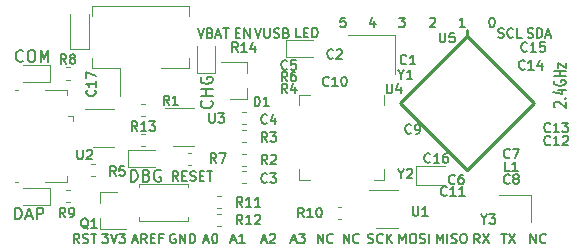
<source format=gbr>
G04 #@! TF.GenerationSoftware,KiCad,Pcbnew,5.1.5+dfsg1-2build2*
G04 #@! TF.CreationDate,2020-07-13T22:27:38-05:00*
G04 #@! TF.ProjectId,kw41z-feather,6b773431-7a2d-4666-9561-746865722e6b,rev?*
G04 #@! TF.SameCoordinates,Original*
G04 #@! TF.FileFunction,Legend,Top*
G04 #@! TF.FilePolarity,Positive*
%FSLAX46Y46*%
G04 Gerber Fmt 4.6, Leading zero omitted, Abs format (unit mm)*
G04 Created by KiCad (PCBNEW 5.1.5+dfsg1-2build2) date 2020-07-13 22:27:38*
%MOMM*%
%LPD*%
G04 APERTURE LIST*
%ADD10C,0.150000*%
%ADD11C,0.120000*%
%ADD12C,0.254000*%
%ADD13C,0.127000*%
G04 APERTURE END LIST*
D10*
X155140476Y-82711904D02*
X154759523Y-82711904D01*
X154721428Y-83092857D01*
X154759523Y-83054761D01*
X154835714Y-83016666D01*
X155026190Y-83016666D01*
X155102380Y-83054761D01*
X155140476Y-83092857D01*
X155178571Y-83169047D01*
X155178571Y-83359523D01*
X155140476Y-83435714D01*
X155102380Y-83473809D01*
X155026190Y-83511904D01*
X154835714Y-83511904D01*
X154759523Y-83473809D01*
X154721428Y-83435714D01*
X157602380Y-82978571D02*
X157602380Y-83511904D01*
X157411904Y-82673809D02*
X157221428Y-83245238D01*
X157716666Y-83245238D01*
X159683333Y-82711904D02*
X160178571Y-82711904D01*
X159911904Y-83016666D01*
X160026190Y-83016666D01*
X160102380Y-83054761D01*
X160140476Y-83092857D01*
X160178571Y-83169047D01*
X160178571Y-83359523D01*
X160140476Y-83435714D01*
X160102380Y-83473809D01*
X160026190Y-83511904D01*
X159797619Y-83511904D01*
X159721428Y-83473809D01*
X159683333Y-83435714D01*
X162321428Y-82788095D02*
X162359523Y-82750000D01*
X162435714Y-82711904D01*
X162626190Y-82711904D01*
X162702380Y-82750000D01*
X162740476Y-82788095D01*
X162778571Y-82864285D01*
X162778571Y-82940476D01*
X162740476Y-83054761D01*
X162283333Y-83511904D01*
X162778571Y-83511904D01*
X170578571Y-84373809D02*
X170692857Y-84411904D01*
X170883333Y-84411904D01*
X170959523Y-84373809D01*
X170997619Y-84335714D01*
X171035714Y-84259523D01*
X171035714Y-84183333D01*
X170997619Y-84107142D01*
X170959523Y-84069047D01*
X170883333Y-84030952D01*
X170730952Y-83992857D01*
X170654761Y-83954761D01*
X170616666Y-83916666D01*
X170578571Y-83840476D01*
X170578571Y-83764285D01*
X170616666Y-83688095D01*
X170654761Y-83650000D01*
X170730952Y-83611904D01*
X170921428Y-83611904D01*
X171035714Y-83650000D01*
X171378571Y-84411904D02*
X171378571Y-83611904D01*
X171569047Y-83611904D01*
X171683333Y-83650000D01*
X171759523Y-83726190D01*
X171797619Y-83802380D01*
X171835714Y-83954761D01*
X171835714Y-84069047D01*
X171797619Y-84221428D01*
X171759523Y-84297619D01*
X171683333Y-84373809D01*
X171569047Y-84411904D01*
X171378571Y-84411904D01*
X172140476Y-84183333D02*
X172521428Y-84183333D01*
X172064285Y-84411904D02*
X172330952Y-83611904D01*
X172597619Y-84411904D01*
X168097619Y-84373809D02*
X168211904Y-84411904D01*
X168402380Y-84411904D01*
X168478571Y-84373809D01*
X168516666Y-84335714D01*
X168554761Y-84259523D01*
X168554761Y-84183333D01*
X168516666Y-84107142D01*
X168478571Y-84069047D01*
X168402380Y-84030952D01*
X168250000Y-83992857D01*
X168173809Y-83954761D01*
X168135714Y-83916666D01*
X168097619Y-83840476D01*
X168097619Y-83764285D01*
X168135714Y-83688095D01*
X168173809Y-83650000D01*
X168250000Y-83611904D01*
X168440476Y-83611904D01*
X168554761Y-83650000D01*
X169354761Y-84335714D02*
X169316666Y-84373809D01*
X169202380Y-84411904D01*
X169126190Y-84411904D01*
X169011904Y-84373809D01*
X168935714Y-84297619D01*
X168897619Y-84221428D01*
X168859523Y-84069047D01*
X168859523Y-83954761D01*
X168897619Y-83802380D01*
X168935714Y-83726190D01*
X169011904Y-83650000D01*
X169126190Y-83611904D01*
X169202380Y-83611904D01*
X169316666Y-83650000D01*
X169354761Y-83688095D01*
X170078571Y-84411904D02*
X169697619Y-84411904D01*
X169697619Y-83611904D01*
X167511904Y-82711904D02*
X167588095Y-82711904D01*
X167664285Y-82750000D01*
X167702380Y-82788095D01*
X167740476Y-82864285D01*
X167778571Y-83016666D01*
X167778571Y-83207142D01*
X167740476Y-83359523D01*
X167702380Y-83435714D01*
X167664285Y-83473809D01*
X167588095Y-83511904D01*
X167511904Y-83511904D01*
X167435714Y-83473809D01*
X167397619Y-83435714D01*
X167359523Y-83359523D01*
X167321428Y-83207142D01*
X167321428Y-83016666D01*
X167359523Y-82864285D01*
X167397619Y-82788095D01*
X167435714Y-82750000D01*
X167511904Y-82711904D01*
X165278571Y-83511904D02*
X164821428Y-83511904D01*
X165050000Y-83511904D02*
X165050000Y-82711904D01*
X164973809Y-82826190D01*
X164897619Y-82902380D01*
X164821428Y-82940476D01*
X142635714Y-83611904D02*
X142902380Y-84411904D01*
X143169047Y-83611904D01*
X143702380Y-83992857D02*
X143816666Y-84030952D01*
X143854761Y-84069047D01*
X143892857Y-84145238D01*
X143892857Y-84259523D01*
X143854761Y-84335714D01*
X143816666Y-84373809D01*
X143740476Y-84411904D01*
X143435714Y-84411904D01*
X143435714Y-83611904D01*
X143702380Y-83611904D01*
X143778571Y-83650000D01*
X143816666Y-83688095D01*
X143854761Y-83764285D01*
X143854761Y-83840476D01*
X143816666Y-83916666D01*
X143778571Y-83954761D01*
X143702380Y-83992857D01*
X143435714Y-83992857D01*
X144197619Y-84183333D02*
X144578571Y-84183333D01*
X144121428Y-84411904D02*
X144388095Y-83611904D01*
X144654761Y-84411904D01*
X144807142Y-83611904D02*
X145264285Y-83611904D01*
X145035714Y-84411904D02*
X145035714Y-83611904D01*
X145859523Y-83992857D02*
X146126190Y-83992857D01*
X146240476Y-84411904D02*
X145859523Y-84411904D01*
X145859523Y-83611904D01*
X146240476Y-83611904D01*
X146583333Y-84411904D02*
X146583333Y-83611904D01*
X147040476Y-84411904D01*
X147040476Y-83611904D01*
X147483333Y-83611904D02*
X147750000Y-84411904D01*
X148016666Y-83611904D01*
X148283333Y-83611904D02*
X148283333Y-84259523D01*
X148321428Y-84335714D01*
X148359523Y-84373809D01*
X148435714Y-84411904D01*
X148588095Y-84411904D01*
X148664285Y-84373809D01*
X148702380Y-84335714D01*
X148740476Y-84259523D01*
X148740476Y-83611904D01*
X149083333Y-84373809D02*
X149197619Y-84411904D01*
X149388095Y-84411904D01*
X149464285Y-84373809D01*
X149502380Y-84335714D01*
X149540476Y-84259523D01*
X149540476Y-84183333D01*
X149502380Y-84107142D01*
X149464285Y-84069047D01*
X149388095Y-84030952D01*
X149235714Y-83992857D01*
X149159523Y-83954761D01*
X149121428Y-83916666D01*
X149083333Y-83840476D01*
X149083333Y-83764285D01*
X149121428Y-83688095D01*
X149159523Y-83650000D01*
X149235714Y-83611904D01*
X149426190Y-83611904D01*
X149540476Y-83650000D01*
X150150000Y-83992857D02*
X150264285Y-84030952D01*
X150302380Y-84069047D01*
X150340476Y-84145238D01*
X150340476Y-84259523D01*
X150302380Y-84335714D01*
X150264285Y-84373809D01*
X150188095Y-84411904D01*
X149883333Y-84411904D01*
X149883333Y-83611904D01*
X150150000Y-83611904D01*
X150226190Y-83650000D01*
X150264285Y-83688095D01*
X150302380Y-83764285D01*
X150302380Y-83840476D01*
X150264285Y-83916666D01*
X150226190Y-83954761D01*
X150150000Y-83992857D01*
X149883333Y-83992857D01*
X151360714Y-84399404D02*
X150979761Y-84399404D01*
X150979761Y-83599404D01*
X151627380Y-83980357D02*
X151894047Y-83980357D01*
X152008333Y-84399404D02*
X151627380Y-84399404D01*
X151627380Y-83599404D01*
X152008333Y-83599404D01*
X152351190Y-84399404D02*
X152351190Y-83599404D01*
X152541666Y-83599404D01*
X152655952Y-83637500D01*
X152732142Y-83713690D01*
X152770238Y-83789880D01*
X152808333Y-83942261D01*
X152808333Y-84056547D01*
X152770238Y-84208928D01*
X152732142Y-84285119D01*
X152655952Y-84361309D01*
X152541666Y-84399404D01*
X152351190Y-84399404D01*
X170821428Y-101811904D02*
X170821428Y-101011904D01*
X171278571Y-101811904D01*
X171278571Y-101011904D01*
X172116666Y-101735714D02*
X172078571Y-101773809D01*
X171964285Y-101811904D01*
X171888095Y-101811904D01*
X171773809Y-101773809D01*
X171697619Y-101697619D01*
X171659523Y-101621428D01*
X171621428Y-101469047D01*
X171621428Y-101354761D01*
X171659523Y-101202380D01*
X171697619Y-101126190D01*
X171773809Y-101050000D01*
X171888095Y-101011904D01*
X171964285Y-101011904D01*
X172078571Y-101050000D01*
X172116666Y-101088095D01*
X132611904Y-101811904D02*
X132345238Y-101430952D01*
X132154761Y-101811904D02*
X132154761Y-101011904D01*
X132459523Y-101011904D01*
X132535714Y-101050000D01*
X132573809Y-101088095D01*
X132611904Y-101164285D01*
X132611904Y-101278571D01*
X132573809Y-101354761D01*
X132535714Y-101392857D01*
X132459523Y-101430952D01*
X132154761Y-101430952D01*
X132916666Y-101773809D02*
X133030952Y-101811904D01*
X133221428Y-101811904D01*
X133297619Y-101773809D01*
X133335714Y-101735714D01*
X133373809Y-101659523D01*
X133373809Y-101583333D01*
X133335714Y-101507142D01*
X133297619Y-101469047D01*
X133221428Y-101430952D01*
X133069047Y-101392857D01*
X132992857Y-101354761D01*
X132954761Y-101316666D01*
X132916666Y-101240476D01*
X132916666Y-101164285D01*
X132954761Y-101088095D01*
X132992857Y-101050000D01*
X133069047Y-101011904D01*
X133259523Y-101011904D01*
X133373809Y-101050000D01*
X133602380Y-101011904D02*
X134059523Y-101011904D01*
X133830952Y-101811904D02*
X133830952Y-101011904D01*
X134559523Y-101011904D02*
X135054761Y-101011904D01*
X134788095Y-101316666D01*
X134902380Y-101316666D01*
X134978571Y-101354761D01*
X135016666Y-101392857D01*
X135054761Y-101469047D01*
X135054761Y-101659523D01*
X135016666Y-101735714D01*
X134978571Y-101773809D01*
X134902380Y-101811904D01*
X134673809Y-101811904D01*
X134597619Y-101773809D01*
X134559523Y-101735714D01*
X135283333Y-101011904D02*
X135550000Y-101811904D01*
X135816666Y-101011904D01*
X136007142Y-101011904D02*
X136502380Y-101011904D01*
X136235714Y-101316666D01*
X136350000Y-101316666D01*
X136426190Y-101354761D01*
X136464285Y-101392857D01*
X136502380Y-101469047D01*
X136502380Y-101659523D01*
X136464285Y-101735714D01*
X136426190Y-101773809D01*
X136350000Y-101811904D01*
X136121428Y-101811904D01*
X136045238Y-101773809D01*
X136007142Y-101735714D01*
X137154761Y-101583333D02*
X137535714Y-101583333D01*
X137078571Y-101811904D02*
X137345238Y-101011904D01*
X137611904Y-101811904D01*
X138335714Y-101811904D02*
X138069047Y-101430952D01*
X137878571Y-101811904D02*
X137878571Y-101011904D01*
X138183333Y-101011904D01*
X138259523Y-101050000D01*
X138297619Y-101088095D01*
X138335714Y-101164285D01*
X138335714Y-101278571D01*
X138297619Y-101354761D01*
X138259523Y-101392857D01*
X138183333Y-101430952D01*
X137878571Y-101430952D01*
X138678571Y-101392857D02*
X138945238Y-101392857D01*
X139059523Y-101811904D02*
X138678571Y-101811904D01*
X138678571Y-101011904D01*
X139059523Y-101011904D01*
X139669047Y-101392857D02*
X139402380Y-101392857D01*
X139402380Y-101811904D02*
X139402380Y-101011904D01*
X139783333Y-101011904D01*
X140740476Y-101050000D02*
X140664285Y-101011904D01*
X140550000Y-101011904D01*
X140435714Y-101050000D01*
X140359523Y-101126190D01*
X140321428Y-101202380D01*
X140283333Y-101354761D01*
X140283333Y-101469047D01*
X140321428Y-101621428D01*
X140359523Y-101697619D01*
X140435714Y-101773809D01*
X140550000Y-101811904D01*
X140626190Y-101811904D01*
X140740476Y-101773809D01*
X140778571Y-101735714D01*
X140778571Y-101469047D01*
X140626190Y-101469047D01*
X141121428Y-101811904D02*
X141121428Y-101011904D01*
X141578571Y-101811904D01*
X141578571Y-101011904D01*
X141959523Y-101811904D02*
X141959523Y-101011904D01*
X142150000Y-101011904D01*
X142264285Y-101050000D01*
X142340476Y-101126190D01*
X142378571Y-101202380D01*
X142416666Y-101354761D01*
X142416666Y-101469047D01*
X142378571Y-101621428D01*
X142340476Y-101697619D01*
X142264285Y-101773809D01*
X142150000Y-101811904D01*
X141959523Y-101811904D01*
X143178571Y-101583333D02*
X143559523Y-101583333D01*
X143102380Y-101811904D02*
X143369047Y-101011904D01*
X143635714Y-101811904D01*
X144054761Y-101011904D02*
X144130952Y-101011904D01*
X144207142Y-101050000D01*
X144245238Y-101088095D01*
X144283333Y-101164285D01*
X144321428Y-101316666D01*
X144321428Y-101507142D01*
X144283333Y-101659523D01*
X144245238Y-101735714D01*
X144207142Y-101773809D01*
X144130952Y-101811904D01*
X144054761Y-101811904D01*
X143978571Y-101773809D01*
X143940476Y-101735714D01*
X143902380Y-101659523D01*
X143864285Y-101507142D01*
X143864285Y-101316666D01*
X143902380Y-101164285D01*
X143940476Y-101088095D01*
X143978571Y-101050000D01*
X144054761Y-101011904D01*
X145478571Y-101583333D02*
X145859523Y-101583333D01*
X145402380Y-101811904D02*
X145669047Y-101011904D01*
X145935714Y-101811904D01*
X146621428Y-101811904D02*
X146164285Y-101811904D01*
X146392857Y-101811904D02*
X146392857Y-101011904D01*
X146316666Y-101126190D01*
X146240476Y-101202380D01*
X146164285Y-101240476D01*
X148078571Y-101583333D02*
X148459523Y-101583333D01*
X148002380Y-101811904D02*
X148269047Y-101011904D01*
X148535714Y-101811904D01*
X148764285Y-101088095D02*
X148802380Y-101050000D01*
X148878571Y-101011904D01*
X149069047Y-101011904D01*
X149145238Y-101050000D01*
X149183333Y-101088095D01*
X149221428Y-101164285D01*
X149221428Y-101240476D01*
X149183333Y-101354761D01*
X148726190Y-101811904D01*
X149221428Y-101811904D01*
X150578571Y-101583333D02*
X150959523Y-101583333D01*
X150502380Y-101811904D02*
X150769047Y-101011904D01*
X151035714Y-101811904D01*
X151226190Y-101011904D02*
X151721428Y-101011904D01*
X151454761Y-101316666D01*
X151569047Y-101316666D01*
X151645238Y-101354761D01*
X151683333Y-101392857D01*
X151721428Y-101469047D01*
X151721428Y-101659523D01*
X151683333Y-101735714D01*
X151645238Y-101773809D01*
X151569047Y-101811904D01*
X151340476Y-101811904D01*
X151264285Y-101773809D01*
X151226190Y-101735714D01*
X152796428Y-101799404D02*
X152796428Y-100999404D01*
X153253571Y-101799404D01*
X153253571Y-100999404D01*
X154091666Y-101723214D02*
X154053571Y-101761309D01*
X153939285Y-101799404D01*
X153863095Y-101799404D01*
X153748809Y-101761309D01*
X153672619Y-101685119D01*
X153634523Y-101608928D01*
X153596428Y-101456547D01*
X153596428Y-101342261D01*
X153634523Y-101189880D01*
X153672619Y-101113690D01*
X153748809Y-101037500D01*
X153863095Y-100999404D01*
X153939285Y-100999404D01*
X154053571Y-101037500D01*
X154091666Y-101075595D01*
X154996428Y-101799404D02*
X154996428Y-100999404D01*
X155453571Y-101799404D01*
X155453571Y-100999404D01*
X156291666Y-101723214D02*
X156253571Y-101761309D01*
X156139285Y-101799404D01*
X156063095Y-101799404D01*
X155948809Y-101761309D01*
X155872619Y-101685119D01*
X155834523Y-101608928D01*
X155796428Y-101456547D01*
X155796428Y-101342261D01*
X155834523Y-101189880D01*
X155872619Y-101113690D01*
X155948809Y-101037500D01*
X156063095Y-100999404D01*
X156139285Y-100999404D01*
X156253571Y-101037500D01*
X156291666Y-101075595D01*
X157046428Y-101773809D02*
X157160714Y-101811904D01*
X157351190Y-101811904D01*
X157427380Y-101773809D01*
X157465476Y-101735714D01*
X157503571Y-101659523D01*
X157503571Y-101583333D01*
X157465476Y-101507142D01*
X157427380Y-101469047D01*
X157351190Y-101430952D01*
X157198809Y-101392857D01*
X157122619Y-101354761D01*
X157084523Y-101316666D01*
X157046428Y-101240476D01*
X157046428Y-101164285D01*
X157084523Y-101088095D01*
X157122619Y-101050000D01*
X157198809Y-101011904D01*
X157389285Y-101011904D01*
X157503571Y-101050000D01*
X158303571Y-101735714D02*
X158265476Y-101773809D01*
X158151190Y-101811904D01*
X158075000Y-101811904D01*
X157960714Y-101773809D01*
X157884523Y-101697619D01*
X157846428Y-101621428D01*
X157808333Y-101469047D01*
X157808333Y-101354761D01*
X157846428Y-101202380D01*
X157884523Y-101126190D01*
X157960714Y-101050000D01*
X158075000Y-101011904D01*
X158151190Y-101011904D01*
X158265476Y-101050000D01*
X158303571Y-101088095D01*
X158646428Y-101811904D02*
X158646428Y-101011904D01*
X159103571Y-101811904D02*
X158760714Y-101354761D01*
X159103571Y-101011904D02*
X158646428Y-101469047D01*
X159717857Y-101811904D02*
X159717857Y-101011904D01*
X159984523Y-101583333D01*
X160251190Y-101011904D01*
X160251190Y-101811904D01*
X160784523Y-101011904D02*
X160936904Y-101011904D01*
X161013095Y-101050000D01*
X161089285Y-101126190D01*
X161127380Y-101278571D01*
X161127380Y-101545238D01*
X161089285Y-101697619D01*
X161013095Y-101773809D01*
X160936904Y-101811904D01*
X160784523Y-101811904D01*
X160708333Y-101773809D01*
X160632142Y-101697619D01*
X160594047Y-101545238D01*
X160594047Y-101278571D01*
X160632142Y-101126190D01*
X160708333Y-101050000D01*
X160784523Y-101011904D01*
X161432142Y-101773809D02*
X161546428Y-101811904D01*
X161736904Y-101811904D01*
X161813095Y-101773809D01*
X161851190Y-101735714D01*
X161889285Y-101659523D01*
X161889285Y-101583333D01*
X161851190Y-101507142D01*
X161813095Y-101469047D01*
X161736904Y-101430952D01*
X161584523Y-101392857D01*
X161508333Y-101354761D01*
X161470238Y-101316666D01*
X161432142Y-101240476D01*
X161432142Y-101164285D01*
X161470238Y-101088095D01*
X161508333Y-101050000D01*
X161584523Y-101011904D01*
X161775000Y-101011904D01*
X161889285Y-101050000D01*
X162232142Y-101811904D02*
X162232142Y-101011904D01*
X162867857Y-101811904D02*
X162867857Y-101011904D01*
X163134523Y-101583333D01*
X163401190Y-101011904D01*
X163401190Y-101811904D01*
X163782142Y-101811904D02*
X163782142Y-101011904D01*
X164125000Y-101773809D02*
X164239285Y-101811904D01*
X164429761Y-101811904D01*
X164505952Y-101773809D01*
X164544047Y-101735714D01*
X164582142Y-101659523D01*
X164582142Y-101583333D01*
X164544047Y-101507142D01*
X164505952Y-101469047D01*
X164429761Y-101430952D01*
X164277380Y-101392857D01*
X164201190Y-101354761D01*
X164163095Y-101316666D01*
X164125000Y-101240476D01*
X164125000Y-101164285D01*
X164163095Y-101088095D01*
X164201190Y-101050000D01*
X164277380Y-101011904D01*
X164467857Y-101011904D01*
X164582142Y-101050000D01*
X165077380Y-101011904D02*
X165229761Y-101011904D01*
X165305952Y-101050000D01*
X165382142Y-101126190D01*
X165420238Y-101278571D01*
X165420238Y-101545238D01*
X165382142Y-101697619D01*
X165305952Y-101773809D01*
X165229761Y-101811904D01*
X165077380Y-101811904D01*
X165001190Y-101773809D01*
X164925000Y-101697619D01*
X164886904Y-101545238D01*
X164886904Y-101278571D01*
X164925000Y-101126190D01*
X165001190Y-101050000D01*
X165077380Y-101011904D01*
X168340476Y-101011904D02*
X168797619Y-101011904D01*
X168569047Y-101811904D02*
X168569047Y-101011904D01*
X168988095Y-101011904D02*
X169521428Y-101811904D01*
X169521428Y-101011904D02*
X168988095Y-101811904D01*
X166516666Y-101811904D02*
X166250000Y-101430952D01*
X166059523Y-101811904D02*
X166059523Y-101011904D01*
X166364285Y-101011904D01*
X166440476Y-101050000D01*
X166478571Y-101088095D01*
X166516666Y-101164285D01*
X166516666Y-101278571D01*
X166478571Y-101354761D01*
X166440476Y-101392857D01*
X166364285Y-101430952D01*
X166059523Y-101430952D01*
X166783333Y-101011904D02*
X167316666Y-101811904D01*
X167316666Y-101011904D02*
X166783333Y-101811904D01*
D11*
X150165000Y-86085000D02*
X152450000Y-86085000D01*
X150165000Y-84615000D02*
X150165000Y-86085000D01*
X152450000Y-84615000D02*
X150165000Y-84615000D01*
X133435000Y-85335000D02*
X133435000Y-82450000D01*
X131865000Y-85335000D02*
X133435000Y-85335000D01*
X131865000Y-82450000D02*
X131865000Y-85335000D01*
X142112779Y-94140000D02*
X141787221Y-94140000D01*
X142112779Y-95160000D02*
X141787221Y-95160000D01*
X131812779Y-86940000D02*
X131487221Y-86940000D01*
X131812779Y-87960000D02*
X131487221Y-87960000D01*
X138212779Y-92540000D02*
X137887221Y-92540000D01*
X138212779Y-93560000D02*
X137887221Y-93560000D01*
X138212779Y-90040000D02*
X137887221Y-90040000D01*
X138212779Y-91060000D02*
X137887221Y-91060000D01*
X133587221Y-96160000D02*
X133912779Y-96160000D01*
X133587221Y-95140000D02*
X133912779Y-95140000D01*
X134390000Y-97470000D02*
X135850000Y-97470000D01*
X134390000Y-100630000D02*
X136550000Y-100630000D01*
X134390000Y-100630000D02*
X134390000Y-99700000D01*
X134390000Y-97470000D02*
X134390000Y-98400000D01*
X137680000Y-99920000D02*
X137680000Y-99620000D01*
X141820000Y-96780000D02*
X141820000Y-97080000D01*
X141820000Y-99620000D02*
X141820000Y-99920000D01*
X137680000Y-96780000D02*
X141820000Y-96780000D01*
X137680000Y-97080000D02*
X137680000Y-96780000D01*
X141820000Y-99920000D02*
X137680000Y-99920000D01*
X142350000Y-90340000D02*
X139900000Y-90340000D01*
X140550000Y-93560000D02*
X142350000Y-93560000D01*
X146810000Y-89630000D02*
X145350000Y-89630000D01*
X146810000Y-86470000D02*
X144650000Y-86470000D01*
X146810000Y-86470000D02*
X146810000Y-87400000D01*
X146810000Y-89630000D02*
X146810000Y-88700000D01*
X144612779Y-99340000D02*
X144287221Y-99340000D01*
X144612779Y-100360000D02*
X144287221Y-100360000D01*
X144612779Y-97840000D02*
X144287221Y-97840000D01*
X144612779Y-98860000D02*
X144287221Y-98860000D01*
X154487221Y-99760000D02*
X154812779Y-99760000D01*
X154487221Y-98740000D02*
X154812779Y-98740000D01*
D12*
X165442900Y-84287800D02*
X165442900Y-83749000D01*
X159780700Y-89950000D02*
X165442900Y-95612200D01*
X165442900Y-84287800D02*
X159780700Y-89950000D01*
X165442900Y-84287800D02*
X171105100Y-89950000D01*
X171105100Y-89950000D02*
X165442900Y-95612200D01*
D11*
X131812779Y-97340000D02*
X131487221Y-97340000D01*
X131812779Y-98360000D02*
X131487221Y-98360000D01*
X146387221Y-93260000D02*
X146712779Y-93260000D01*
X146387221Y-92240000D02*
X146712779Y-92240000D01*
X146712779Y-94240000D02*
X146387221Y-94240000D01*
X146712779Y-95260000D02*
X146387221Y-95260000D01*
X158460000Y-90140000D02*
X158460000Y-89240000D01*
X151240000Y-96460000D02*
X152140000Y-96460000D01*
X151240000Y-95560000D02*
X151240000Y-96460000D01*
X151240000Y-89240000D02*
X152140000Y-89240000D01*
X151240000Y-90140000D02*
X151240000Y-89240000D01*
X158460000Y-96460000D02*
X157560000Y-96460000D01*
X158460000Y-95560000D02*
X158460000Y-96460000D01*
X130135000Y-97115000D02*
X127850000Y-97115000D01*
X130135000Y-98585000D02*
X130135000Y-97115000D01*
X127850000Y-98585000D02*
X130135000Y-98585000D01*
X130135000Y-86715000D02*
X127850000Y-86715000D01*
X130135000Y-88185000D02*
X130135000Y-86715000D01*
X127850000Y-88185000D02*
X130135000Y-88185000D01*
X136765000Y-95385000D02*
X139050000Y-95385000D01*
X136765000Y-93915000D02*
X136765000Y-95385000D01*
X139050000Y-93915000D02*
X136765000Y-93915000D01*
X170875000Y-100037500D02*
X170875000Y-97737500D01*
X170875000Y-97737500D02*
X168175000Y-97737500D01*
X163550000Y-95250000D02*
X161150000Y-95250000D01*
X161150000Y-95250000D02*
X161150000Y-96850000D01*
X161150000Y-96850000D02*
X163550000Y-96850000D01*
X159350000Y-84200000D02*
X155350000Y-84200000D01*
X159350000Y-87500000D02*
X159350000Y-84200000D01*
X135550000Y-90440000D02*
X133100000Y-90440000D01*
X133750000Y-93660000D02*
X135550000Y-93660000D01*
X159575000Y-97327500D02*
X157125000Y-97327500D01*
X157775000Y-100547500D02*
X159575000Y-100547500D01*
X144085000Y-87435000D02*
X144085000Y-85150000D01*
X142615000Y-87435000D02*
X144085000Y-87435000D01*
X142615000Y-85150000D02*
X142615000Y-87435000D01*
X146387221Y-91760000D02*
X146712779Y-91760000D01*
X146387221Y-90740000D02*
X146712779Y-90740000D01*
X146712779Y-95740000D02*
X146387221Y-95740000D01*
X146712779Y-96760000D02*
X146387221Y-96760000D01*
X133710000Y-86116000D02*
X133710000Y-86966000D01*
X133710000Y-86966000D02*
X136035000Y-86966000D01*
X136035000Y-86966000D02*
X136035000Y-89356000D01*
X141880000Y-86116000D02*
X141880000Y-86966000D01*
X141880000Y-86966000D02*
X139555000Y-86966000D01*
X133710000Y-82596000D02*
X133710000Y-81746000D01*
X133710000Y-81746000D02*
X141880000Y-81746000D01*
X141880000Y-81746000D02*
X141880000Y-82596000D01*
X131556500Y-88810000D02*
X131556500Y-89260000D01*
X129706500Y-88810000D02*
X131556500Y-88810000D01*
X127156500Y-96610000D02*
X127406500Y-96610000D01*
X127156500Y-88810000D02*
X127406500Y-88810000D01*
X129706500Y-96610000D02*
X131556500Y-96610000D01*
X131556500Y-96610000D02*
X131556500Y-96160000D01*
X132106500Y-91010000D02*
X132106500Y-91460000D01*
X132106500Y-91010000D02*
X131656500Y-91010000D01*
D13*
X172900380Y-90300571D02*
X172852000Y-90264285D01*
X172803619Y-90191714D01*
X172803619Y-90010285D01*
X172852000Y-89937714D01*
X172900380Y-89901428D01*
X172997142Y-89865142D01*
X173093904Y-89865142D01*
X173239047Y-89901428D01*
X173819619Y-90336857D01*
X173819619Y-89865142D01*
X173722857Y-89538571D02*
X173771238Y-89502285D01*
X173819619Y-89538571D01*
X173771238Y-89574857D01*
X173722857Y-89538571D01*
X173819619Y-89538571D01*
X173142285Y-88849142D02*
X173819619Y-88849142D01*
X172755238Y-89030571D02*
X173480952Y-89212000D01*
X173480952Y-88740285D01*
X172852000Y-88050857D02*
X172803619Y-88123428D01*
X172803619Y-88232285D01*
X172852000Y-88341142D01*
X172948761Y-88413714D01*
X173045523Y-88450000D01*
X173239047Y-88486285D01*
X173384190Y-88486285D01*
X173577714Y-88450000D01*
X173674476Y-88413714D01*
X173771238Y-88341142D01*
X173819619Y-88232285D01*
X173819619Y-88159714D01*
X173771238Y-88050857D01*
X173722857Y-88014571D01*
X173384190Y-88014571D01*
X173384190Y-88159714D01*
X173819619Y-87688000D02*
X172803619Y-87688000D01*
X173287428Y-87688000D02*
X173287428Y-87252571D01*
X173819619Y-87252571D02*
X172803619Y-87252571D01*
X173142285Y-86962285D02*
X173142285Y-86563142D01*
X173819619Y-86962285D01*
X173819619Y-86563142D01*
D10*
X150216666Y-88111904D02*
X149950000Y-87730952D01*
X149759523Y-88111904D02*
X149759523Y-87311904D01*
X150064285Y-87311904D01*
X150140476Y-87350000D01*
X150178571Y-87388095D01*
X150216666Y-87464285D01*
X150216666Y-87578571D01*
X150178571Y-87654761D01*
X150140476Y-87692857D01*
X150064285Y-87730952D01*
X149759523Y-87730952D01*
X150902380Y-87311904D02*
X150750000Y-87311904D01*
X150673809Y-87350000D01*
X150635714Y-87388095D01*
X150559523Y-87502380D01*
X150521428Y-87654761D01*
X150521428Y-87959523D01*
X150559523Y-88035714D01*
X150597619Y-88073809D01*
X150673809Y-88111904D01*
X150826190Y-88111904D01*
X150902380Y-88073809D01*
X150940476Y-88035714D01*
X150978571Y-87959523D01*
X150978571Y-87769047D01*
X150940476Y-87692857D01*
X150902380Y-87654761D01*
X150826190Y-87616666D01*
X150673809Y-87616666D01*
X150597619Y-87654761D01*
X150559523Y-87692857D01*
X150521428Y-87769047D01*
X150216666Y-89111904D02*
X149950000Y-88730952D01*
X149759523Y-89111904D02*
X149759523Y-88311904D01*
X150064285Y-88311904D01*
X150140476Y-88350000D01*
X150178571Y-88388095D01*
X150216666Y-88464285D01*
X150216666Y-88578571D01*
X150178571Y-88654761D01*
X150140476Y-88692857D01*
X150064285Y-88730952D01*
X149759523Y-88730952D01*
X150902380Y-88578571D02*
X150902380Y-89111904D01*
X150711904Y-88273809D02*
X150521428Y-88845238D01*
X151016666Y-88845238D01*
X133935714Y-88864285D02*
X133973809Y-88902380D01*
X134011904Y-89016666D01*
X134011904Y-89092857D01*
X133973809Y-89207142D01*
X133897619Y-89283333D01*
X133821428Y-89321428D01*
X133669047Y-89359523D01*
X133554761Y-89359523D01*
X133402380Y-89321428D01*
X133326190Y-89283333D01*
X133250000Y-89207142D01*
X133211904Y-89092857D01*
X133211904Y-89016666D01*
X133250000Y-88902380D01*
X133288095Y-88864285D01*
X134011904Y-88102380D02*
X134011904Y-88559523D01*
X134011904Y-88330952D02*
X133211904Y-88330952D01*
X133326190Y-88407142D01*
X133402380Y-88483333D01*
X133440476Y-88559523D01*
X133211904Y-87835714D02*
X133211904Y-87302380D01*
X134011904Y-87645238D01*
X146035714Y-85611904D02*
X145769047Y-85230952D01*
X145578571Y-85611904D02*
X145578571Y-84811904D01*
X145883333Y-84811904D01*
X145959523Y-84850000D01*
X145997619Y-84888095D01*
X146035714Y-84964285D01*
X146035714Y-85078571D01*
X145997619Y-85154761D01*
X145959523Y-85192857D01*
X145883333Y-85230952D01*
X145578571Y-85230952D01*
X146797619Y-85611904D02*
X146340476Y-85611904D01*
X146569047Y-85611904D02*
X146569047Y-84811904D01*
X146492857Y-84926190D01*
X146416666Y-85002380D01*
X146340476Y-85040476D01*
X147483333Y-85078571D02*
X147483333Y-85611904D01*
X147292857Y-84773809D02*
X147102380Y-85345238D01*
X147597619Y-85345238D01*
X154116666Y-86105714D02*
X154078571Y-86143809D01*
X153964285Y-86181904D01*
X153888095Y-86181904D01*
X153773809Y-86143809D01*
X153697619Y-86067619D01*
X153659523Y-85991428D01*
X153621428Y-85839047D01*
X153621428Y-85724761D01*
X153659523Y-85572380D01*
X153697619Y-85496190D01*
X153773809Y-85420000D01*
X153888095Y-85381904D01*
X153964285Y-85381904D01*
X154078571Y-85420000D01*
X154116666Y-85458095D01*
X154421428Y-85458095D02*
X154459523Y-85420000D01*
X154535714Y-85381904D01*
X154726190Y-85381904D01*
X154802380Y-85420000D01*
X154840476Y-85458095D01*
X154878571Y-85534285D01*
X154878571Y-85610476D01*
X154840476Y-85724761D01*
X154383333Y-86181904D01*
X154878571Y-86181904D01*
X160316666Y-86605714D02*
X160278571Y-86643809D01*
X160164285Y-86681904D01*
X160088095Y-86681904D01*
X159973809Y-86643809D01*
X159897619Y-86567619D01*
X159859523Y-86491428D01*
X159821428Y-86339047D01*
X159821428Y-86224761D01*
X159859523Y-86072380D01*
X159897619Y-85996190D01*
X159973809Y-85920000D01*
X160088095Y-85881904D01*
X160164285Y-85881904D01*
X160278571Y-85920000D01*
X160316666Y-85958095D01*
X161078571Y-86681904D02*
X160621428Y-86681904D01*
X160850000Y-86681904D02*
X160850000Y-85881904D01*
X160773809Y-85996190D01*
X160697619Y-86072380D01*
X160621428Y-86110476D01*
X150216666Y-87035714D02*
X150178571Y-87073809D01*
X150064285Y-87111904D01*
X149988095Y-87111904D01*
X149873809Y-87073809D01*
X149797619Y-86997619D01*
X149759523Y-86921428D01*
X149721428Y-86769047D01*
X149721428Y-86654761D01*
X149759523Y-86502380D01*
X149797619Y-86426190D01*
X149873809Y-86350000D01*
X149988095Y-86311904D01*
X150064285Y-86311904D01*
X150178571Y-86350000D01*
X150216666Y-86388095D01*
X150940476Y-86311904D02*
X150559523Y-86311904D01*
X150521428Y-86692857D01*
X150559523Y-86654761D01*
X150635714Y-86616666D01*
X150826190Y-86616666D01*
X150902380Y-86654761D01*
X150940476Y-86692857D01*
X150978571Y-86769047D01*
X150978571Y-86959523D01*
X150940476Y-87035714D01*
X150902380Y-87073809D01*
X150826190Y-87111904D01*
X150635714Y-87111904D01*
X150559523Y-87073809D01*
X150521428Y-87035714D01*
X144216666Y-95011904D02*
X143950000Y-94630952D01*
X143759523Y-95011904D02*
X143759523Y-94211904D01*
X144064285Y-94211904D01*
X144140476Y-94250000D01*
X144178571Y-94288095D01*
X144216666Y-94364285D01*
X144216666Y-94478571D01*
X144178571Y-94554761D01*
X144140476Y-94592857D01*
X144064285Y-94630952D01*
X143759523Y-94630952D01*
X144483333Y-94211904D02*
X145016666Y-94211904D01*
X144673809Y-95011904D01*
X131516666Y-86611904D02*
X131250000Y-86230952D01*
X131059523Y-86611904D02*
X131059523Y-85811904D01*
X131364285Y-85811904D01*
X131440476Y-85850000D01*
X131478571Y-85888095D01*
X131516666Y-85964285D01*
X131516666Y-86078571D01*
X131478571Y-86154761D01*
X131440476Y-86192857D01*
X131364285Y-86230952D01*
X131059523Y-86230952D01*
X131973809Y-86154761D02*
X131897619Y-86116666D01*
X131859523Y-86078571D01*
X131821428Y-86002380D01*
X131821428Y-85964285D01*
X131859523Y-85888095D01*
X131897619Y-85850000D01*
X131973809Y-85811904D01*
X132126190Y-85811904D01*
X132202380Y-85850000D01*
X132240476Y-85888095D01*
X132278571Y-85964285D01*
X132278571Y-86002380D01*
X132240476Y-86078571D01*
X132202380Y-86116666D01*
X132126190Y-86154761D01*
X131973809Y-86154761D01*
X131897619Y-86192857D01*
X131859523Y-86230952D01*
X131821428Y-86307142D01*
X131821428Y-86459523D01*
X131859523Y-86535714D01*
X131897619Y-86573809D01*
X131973809Y-86611904D01*
X132126190Y-86611904D01*
X132202380Y-86573809D01*
X132240476Y-86535714D01*
X132278571Y-86459523D01*
X132278571Y-86307142D01*
X132240476Y-86230952D01*
X132202380Y-86192857D01*
X132126190Y-86154761D01*
X137535714Y-92311904D02*
X137269047Y-91930952D01*
X137078571Y-92311904D02*
X137078571Y-91511904D01*
X137383333Y-91511904D01*
X137459523Y-91550000D01*
X137497619Y-91588095D01*
X137535714Y-91664285D01*
X137535714Y-91778571D01*
X137497619Y-91854761D01*
X137459523Y-91892857D01*
X137383333Y-91930952D01*
X137078571Y-91930952D01*
X138297619Y-92311904D02*
X137840476Y-92311904D01*
X138069047Y-92311904D02*
X138069047Y-91511904D01*
X137992857Y-91626190D01*
X137916666Y-91702380D01*
X137840476Y-91740476D01*
X138564285Y-91511904D02*
X139059523Y-91511904D01*
X138792857Y-91816666D01*
X138907142Y-91816666D01*
X138983333Y-91854761D01*
X139021428Y-91892857D01*
X139059523Y-91969047D01*
X139059523Y-92159523D01*
X139021428Y-92235714D01*
X138983333Y-92273809D01*
X138907142Y-92311904D01*
X138678571Y-92311904D01*
X138602380Y-92273809D01*
X138564285Y-92235714D01*
X140216666Y-90111904D02*
X139950000Y-89730952D01*
X139759523Y-90111904D02*
X139759523Y-89311904D01*
X140064285Y-89311904D01*
X140140476Y-89350000D01*
X140178571Y-89388095D01*
X140216666Y-89464285D01*
X140216666Y-89578571D01*
X140178571Y-89654761D01*
X140140476Y-89692857D01*
X140064285Y-89730952D01*
X139759523Y-89730952D01*
X140978571Y-90111904D02*
X140521428Y-90111904D01*
X140750000Y-90111904D02*
X140750000Y-89311904D01*
X140673809Y-89426190D01*
X140597619Y-89502380D01*
X140521428Y-89540476D01*
X135716666Y-96111904D02*
X135450000Y-95730952D01*
X135259523Y-96111904D02*
X135259523Y-95311904D01*
X135564285Y-95311904D01*
X135640476Y-95350000D01*
X135678571Y-95388095D01*
X135716666Y-95464285D01*
X135716666Y-95578571D01*
X135678571Y-95654761D01*
X135640476Y-95692857D01*
X135564285Y-95730952D01*
X135259523Y-95730952D01*
X136440476Y-95311904D02*
X136059523Y-95311904D01*
X136021428Y-95692857D01*
X136059523Y-95654761D01*
X136135714Y-95616666D01*
X136326190Y-95616666D01*
X136402380Y-95654761D01*
X136440476Y-95692857D01*
X136478571Y-95769047D01*
X136478571Y-95959523D01*
X136440476Y-96035714D01*
X136402380Y-96073809D01*
X136326190Y-96111904D01*
X136135714Y-96111904D01*
X136059523Y-96073809D01*
X136021428Y-96035714D01*
X133373809Y-100588095D02*
X133297619Y-100550000D01*
X133221428Y-100473809D01*
X133107142Y-100359523D01*
X133030952Y-100321428D01*
X132954761Y-100321428D01*
X132992857Y-100511904D02*
X132916666Y-100473809D01*
X132840476Y-100397619D01*
X132802380Y-100245238D01*
X132802380Y-99978571D01*
X132840476Y-99826190D01*
X132916666Y-99750000D01*
X132992857Y-99711904D01*
X133145238Y-99711904D01*
X133221428Y-99750000D01*
X133297619Y-99826190D01*
X133335714Y-99978571D01*
X133335714Y-100245238D01*
X133297619Y-100397619D01*
X133221428Y-100473809D01*
X133145238Y-100511904D01*
X132992857Y-100511904D01*
X134097619Y-100511904D02*
X133640476Y-100511904D01*
X133869047Y-100511904D02*
X133869047Y-99711904D01*
X133792857Y-99826190D01*
X133716666Y-99902380D01*
X133640476Y-99940476D01*
X140988095Y-96511904D02*
X140721428Y-96130952D01*
X140530952Y-96511904D02*
X140530952Y-95711904D01*
X140835714Y-95711904D01*
X140911904Y-95750000D01*
X140950000Y-95788095D01*
X140988095Y-95864285D01*
X140988095Y-95978571D01*
X140950000Y-96054761D01*
X140911904Y-96092857D01*
X140835714Y-96130952D01*
X140530952Y-96130952D01*
X141330952Y-96092857D02*
X141597619Y-96092857D01*
X141711904Y-96511904D02*
X141330952Y-96511904D01*
X141330952Y-95711904D01*
X141711904Y-95711904D01*
X142016666Y-96473809D02*
X142130952Y-96511904D01*
X142321428Y-96511904D01*
X142397619Y-96473809D01*
X142435714Y-96435714D01*
X142473809Y-96359523D01*
X142473809Y-96283333D01*
X142435714Y-96207142D01*
X142397619Y-96169047D01*
X142321428Y-96130952D01*
X142169047Y-96092857D01*
X142092857Y-96054761D01*
X142054761Y-96016666D01*
X142016666Y-95940476D01*
X142016666Y-95864285D01*
X142054761Y-95788095D01*
X142092857Y-95750000D01*
X142169047Y-95711904D01*
X142359523Y-95711904D01*
X142473809Y-95750000D01*
X142816666Y-96092857D02*
X143083333Y-96092857D01*
X143197619Y-96511904D02*
X142816666Y-96511904D01*
X142816666Y-95711904D01*
X143197619Y-95711904D01*
X143426190Y-95711904D02*
X143883333Y-95711904D01*
X143654761Y-96511904D02*
X143654761Y-95711904D01*
X153735714Y-88435714D02*
X153697619Y-88473809D01*
X153583333Y-88511904D01*
X153507142Y-88511904D01*
X153392857Y-88473809D01*
X153316666Y-88397619D01*
X153278571Y-88321428D01*
X153240476Y-88169047D01*
X153240476Y-88054761D01*
X153278571Y-87902380D01*
X153316666Y-87826190D01*
X153392857Y-87750000D01*
X153507142Y-87711904D01*
X153583333Y-87711904D01*
X153697619Y-87750000D01*
X153735714Y-87788095D01*
X154497619Y-88511904D02*
X154040476Y-88511904D01*
X154269047Y-88511904D02*
X154269047Y-87711904D01*
X154192857Y-87826190D01*
X154116666Y-87902380D01*
X154040476Y-87940476D01*
X154992857Y-87711904D02*
X155069047Y-87711904D01*
X155145238Y-87750000D01*
X155183333Y-87788095D01*
X155221428Y-87864285D01*
X155259523Y-88016666D01*
X155259523Y-88207142D01*
X155221428Y-88359523D01*
X155183333Y-88435714D01*
X155145238Y-88473809D01*
X155069047Y-88511904D01*
X154992857Y-88511904D01*
X154916666Y-88473809D01*
X154878571Y-88435714D01*
X154840476Y-88359523D01*
X154802380Y-88207142D01*
X154802380Y-88016666D01*
X154840476Y-87864285D01*
X154878571Y-87788095D01*
X154916666Y-87750000D01*
X154992857Y-87711904D01*
X160716666Y-92465714D02*
X160678571Y-92503809D01*
X160564285Y-92541904D01*
X160488095Y-92541904D01*
X160373809Y-92503809D01*
X160297619Y-92427619D01*
X160259523Y-92351428D01*
X160221428Y-92199047D01*
X160221428Y-92084761D01*
X160259523Y-91932380D01*
X160297619Y-91856190D01*
X160373809Y-91780000D01*
X160488095Y-91741904D01*
X160564285Y-91741904D01*
X160678571Y-91780000D01*
X160716666Y-91818095D01*
X161097619Y-92541904D02*
X161250000Y-92541904D01*
X161326190Y-92503809D01*
X161364285Y-92465714D01*
X161440476Y-92351428D01*
X161478571Y-92199047D01*
X161478571Y-91894285D01*
X161440476Y-91818095D01*
X161402380Y-91780000D01*
X161326190Y-91741904D01*
X161173809Y-91741904D01*
X161097619Y-91780000D01*
X161059523Y-91818095D01*
X161021428Y-91894285D01*
X161021428Y-92084761D01*
X161059523Y-92160952D01*
X161097619Y-92199047D01*
X161173809Y-92237142D01*
X161326190Y-92237142D01*
X161402380Y-92199047D01*
X161440476Y-92160952D01*
X161478571Y-92084761D01*
X162335714Y-94935714D02*
X162297619Y-94973809D01*
X162183333Y-95011904D01*
X162107142Y-95011904D01*
X161992857Y-94973809D01*
X161916666Y-94897619D01*
X161878571Y-94821428D01*
X161840476Y-94669047D01*
X161840476Y-94554761D01*
X161878571Y-94402380D01*
X161916666Y-94326190D01*
X161992857Y-94250000D01*
X162107142Y-94211904D01*
X162183333Y-94211904D01*
X162297619Y-94250000D01*
X162335714Y-94288095D01*
X163097619Y-95011904D02*
X162640476Y-95011904D01*
X162869047Y-95011904D02*
X162869047Y-94211904D01*
X162792857Y-94326190D01*
X162716666Y-94402380D01*
X162640476Y-94440476D01*
X163783333Y-94211904D02*
X163630952Y-94211904D01*
X163554761Y-94250000D01*
X163516666Y-94288095D01*
X163440476Y-94402380D01*
X163402380Y-94554761D01*
X163402380Y-94859523D01*
X163440476Y-94935714D01*
X163478571Y-94973809D01*
X163554761Y-95011904D01*
X163707142Y-95011904D01*
X163783333Y-94973809D01*
X163821428Y-94935714D01*
X163859523Y-94859523D01*
X163859523Y-94669047D01*
X163821428Y-94592857D01*
X163783333Y-94554761D01*
X163707142Y-94516666D01*
X163554761Y-94516666D01*
X163478571Y-94554761D01*
X163440476Y-94592857D01*
X163402380Y-94669047D01*
X170535714Y-85535714D02*
X170497619Y-85573809D01*
X170383333Y-85611904D01*
X170307142Y-85611904D01*
X170192857Y-85573809D01*
X170116666Y-85497619D01*
X170078571Y-85421428D01*
X170040476Y-85269047D01*
X170040476Y-85154761D01*
X170078571Y-85002380D01*
X170116666Y-84926190D01*
X170192857Y-84850000D01*
X170307142Y-84811904D01*
X170383333Y-84811904D01*
X170497619Y-84850000D01*
X170535714Y-84888095D01*
X171297619Y-85611904D02*
X170840476Y-85611904D01*
X171069047Y-85611904D02*
X171069047Y-84811904D01*
X170992857Y-84926190D01*
X170916666Y-85002380D01*
X170840476Y-85040476D01*
X172021428Y-84811904D02*
X171640476Y-84811904D01*
X171602380Y-85192857D01*
X171640476Y-85154761D01*
X171716666Y-85116666D01*
X171907142Y-85116666D01*
X171983333Y-85154761D01*
X172021428Y-85192857D01*
X172059523Y-85269047D01*
X172059523Y-85459523D01*
X172021428Y-85535714D01*
X171983333Y-85573809D01*
X171907142Y-85611904D01*
X171716666Y-85611904D01*
X171640476Y-85573809D01*
X171602380Y-85535714D01*
X170335714Y-87035714D02*
X170297619Y-87073809D01*
X170183333Y-87111904D01*
X170107142Y-87111904D01*
X169992857Y-87073809D01*
X169916666Y-86997619D01*
X169878571Y-86921428D01*
X169840476Y-86769047D01*
X169840476Y-86654761D01*
X169878571Y-86502380D01*
X169916666Y-86426190D01*
X169992857Y-86350000D01*
X170107142Y-86311904D01*
X170183333Y-86311904D01*
X170297619Y-86350000D01*
X170335714Y-86388095D01*
X171097619Y-87111904D02*
X170640476Y-87111904D01*
X170869047Y-87111904D02*
X170869047Y-86311904D01*
X170792857Y-86426190D01*
X170716666Y-86502380D01*
X170640476Y-86540476D01*
X171783333Y-86578571D02*
X171783333Y-87111904D01*
X171592857Y-86273809D02*
X171402380Y-86845238D01*
X171897619Y-86845238D01*
X172485714Y-92335714D02*
X172447619Y-92373809D01*
X172333333Y-92411904D01*
X172257142Y-92411904D01*
X172142857Y-92373809D01*
X172066666Y-92297619D01*
X172028571Y-92221428D01*
X171990476Y-92069047D01*
X171990476Y-91954761D01*
X172028571Y-91802380D01*
X172066666Y-91726190D01*
X172142857Y-91650000D01*
X172257142Y-91611904D01*
X172333333Y-91611904D01*
X172447619Y-91650000D01*
X172485714Y-91688095D01*
X173247619Y-92411904D02*
X172790476Y-92411904D01*
X173019047Y-92411904D02*
X173019047Y-91611904D01*
X172942857Y-91726190D01*
X172866666Y-91802380D01*
X172790476Y-91840476D01*
X173514285Y-91611904D02*
X174009523Y-91611904D01*
X173742857Y-91916666D01*
X173857142Y-91916666D01*
X173933333Y-91954761D01*
X173971428Y-91992857D01*
X174009523Y-92069047D01*
X174009523Y-92259523D01*
X173971428Y-92335714D01*
X173933333Y-92373809D01*
X173857142Y-92411904D01*
X173628571Y-92411904D01*
X173552380Y-92373809D01*
X173514285Y-92335714D01*
X172485714Y-93435714D02*
X172447619Y-93473809D01*
X172333333Y-93511904D01*
X172257142Y-93511904D01*
X172142857Y-93473809D01*
X172066666Y-93397619D01*
X172028571Y-93321428D01*
X171990476Y-93169047D01*
X171990476Y-93054761D01*
X172028571Y-92902380D01*
X172066666Y-92826190D01*
X172142857Y-92750000D01*
X172257142Y-92711904D01*
X172333333Y-92711904D01*
X172447619Y-92750000D01*
X172485714Y-92788095D01*
X173247619Y-93511904D02*
X172790476Y-93511904D01*
X173019047Y-93511904D02*
X173019047Y-92711904D01*
X172942857Y-92826190D01*
X172866666Y-92902380D01*
X172790476Y-92940476D01*
X173552380Y-92788095D02*
X173590476Y-92750000D01*
X173666666Y-92711904D01*
X173857142Y-92711904D01*
X173933333Y-92750000D01*
X173971428Y-92788095D01*
X174009523Y-92864285D01*
X174009523Y-92940476D01*
X173971428Y-93054761D01*
X173514285Y-93511904D01*
X174009523Y-93511904D01*
X163735714Y-97735714D02*
X163697619Y-97773809D01*
X163583333Y-97811904D01*
X163507142Y-97811904D01*
X163392857Y-97773809D01*
X163316666Y-97697619D01*
X163278571Y-97621428D01*
X163240476Y-97469047D01*
X163240476Y-97354761D01*
X163278571Y-97202380D01*
X163316666Y-97126190D01*
X163392857Y-97050000D01*
X163507142Y-97011904D01*
X163583333Y-97011904D01*
X163697619Y-97050000D01*
X163735714Y-97088095D01*
X164497619Y-97811904D02*
X164040476Y-97811904D01*
X164269047Y-97811904D02*
X164269047Y-97011904D01*
X164192857Y-97126190D01*
X164116666Y-97202380D01*
X164040476Y-97240476D01*
X165259523Y-97811904D02*
X164802380Y-97811904D01*
X165030952Y-97811904D02*
X165030952Y-97011904D01*
X164954761Y-97126190D01*
X164878571Y-97202380D01*
X164802380Y-97240476D01*
X143640476Y-90811904D02*
X143640476Y-91459523D01*
X143678571Y-91535714D01*
X143716666Y-91573809D01*
X143792857Y-91611904D01*
X143945238Y-91611904D01*
X144021428Y-91573809D01*
X144059523Y-91535714D01*
X144097619Y-91459523D01*
X144097619Y-90811904D01*
X144402380Y-90811904D02*
X144897619Y-90811904D01*
X144630952Y-91116666D01*
X144745238Y-91116666D01*
X144821428Y-91154761D01*
X144859523Y-91192857D01*
X144897619Y-91269047D01*
X144897619Y-91459523D01*
X144859523Y-91535714D01*
X144821428Y-91573809D01*
X144745238Y-91611904D01*
X144516666Y-91611904D01*
X144440476Y-91573809D01*
X144402380Y-91535714D01*
X147459523Y-90211904D02*
X147459523Y-89411904D01*
X147650000Y-89411904D01*
X147764285Y-89450000D01*
X147840476Y-89526190D01*
X147878571Y-89602380D01*
X147916666Y-89754761D01*
X147916666Y-89869047D01*
X147878571Y-90021428D01*
X147840476Y-90097619D01*
X147764285Y-90173809D01*
X147650000Y-90211904D01*
X147459523Y-90211904D01*
X148678571Y-90211904D02*
X148221428Y-90211904D01*
X148450000Y-90211904D02*
X148450000Y-89411904D01*
X148373809Y-89526190D01*
X148297619Y-89602380D01*
X148221428Y-89640476D01*
X146435714Y-100211904D02*
X146169047Y-99830952D01*
X145978571Y-100211904D02*
X145978571Y-99411904D01*
X146283333Y-99411904D01*
X146359523Y-99450000D01*
X146397619Y-99488095D01*
X146435714Y-99564285D01*
X146435714Y-99678571D01*
X146397619Y-99754761D01*
X146359523Y-99792857D01*
X146283333Y-99830952D01*
X145978571Y-99830952D01*
X147197619Y-100211904D02*
X146740476Y-100211904D01*
X146969047Y-100211904D02*
X146969047Y-99411904D01*
X146892857Y-99526190D01*
X146816666Y-99602380D01*
X146740476Y-99640476D01*
X147502380Y-99488095D02*
X147540476Y-99450000D01*
X147616666Y-99411904D01*
X147807142Y-99411904D01*
X147883333Y-99450000D01*
X147921428Y-99488095D01*
X147959523Y-99564285D01*
X147959523Y-99640476D01*
X147921428Y-99754761D01*
X147464285Y-100211904D01*
X147959523Y-100211904D01*
X146435714Y-98711904D02*
X146169047Y-98330952D01*
X145978571Y-98711904D02*
X145978571Y-97911904D01*
X146283333Y-97911904D01*
X146359523Y-97950000D01*
X146397619Y-97988095D01*
X146435714Y-98064285D01*
X146435714Y-98178571D01*
X146397619Y-98254761D01*
X146359523Y-98292857D01*
X146283333Y-98330952D01*
X145978571Y-98330952D01*
X147197619Y-98711904D02*
X146740476Y-98711904D01*
X146969047Y-98711904D02*
X146969047Y-97911904D01*
X146892857Y-98026190D01*
X146816666Y-98102380D01*
X146740476Y-98140476D01*
X147959523Y-98711904D02*
X147502380Y-98711904D01*
X147730952Y-98711904D02*
X147730952Y-97911904D01*
X147654761Y-98026190D01*
X147578571Y-98102380D01*
X147502380Y-98140476D01*
X151635714Y-99611904D02*
X151369047Y-99230952D01*
X151178571Y-99611904D02*
X151178571Y-98811904D01*
X151483333Y-98811904D01*
X151559523Y-98850000D01*
X151597619Y-98888095D01*
X151635714Y-98964285D01*
X151635714Y-99078571D01*
X151597619Y-99154761D01*
X151559523Y-99192857D01*
X151483333Y-99230952D01*
X151178571Y-99230952D01*
X152397619Y-99611904D02*
X151940476Y-99611904D01*
X152169047Y-99611904D02*
X152169047Y-98811904D01*
X152092857Y-98926190D01*
X152016666Y-99002380D01*
X151940476Y-99040476D01*
X152892857Y-98811904D02*
X152969047Y-98811904D01*
X153045238Y-98850000D01*
X153083333Y-98888095D01*
X153121428Y-98964285D01*
X153159523Y-99116666D01*
X153159523Y-99307142D01*
X153121428Y-99459523D01*
X153083333Y-99535714D01*
X153045238Y-99573809D01*
X152969047Y-99611904D01*
X152892857Y-99611904D01*
X152816666Y-99573809D01*
X152778571Y-99535714D01*
X152740476Y-99459523D01*
X152702380Y-99307142D01*
X152702380Y-99116666D01*
X152740476Y-98964285D01*
X152778571Y-98888095D01*
X152816666Y-98850000D01*
X152892857Y-98811904D01*
X163140476Y-84011904D02*
X163140476Y-84659523D01*
X163178571Y-84735714D01*
X163216666Y-84773809D01*
X163292857Y-84811904D01*
X163445238Y-84811904D01*
X163521428Y-84773809D01*
X163559523Y-84735714D01*
X163597619Y-84659523D01*
X163597619Y-84011904D01*
X164359523Y-84011904D02*
X163978571Y-84011904D01*
X163940476Y-84392857D01*
X163978571Y-84354761D01*
X164054761Y-84316666D01*
X164245238Y-84316666D01*
X164321428Y-84354761D01*
X164359523Y-84392857D01*
X164397619Y-84469047D01*
X164397619Y-84659523D01*
X164359523Y-84735714D01*
X164321428Y-84773809D01*
X164245238Y-84811904D01*
X164054761Y-84811904D01*
X163978571Y-84773809D01*
X163940476Y-84735714D01*
X131416666Y-99611904D02*
X131150000Y-99230952D01*
X130959523Y-99611904D02*
X130959523Y-98811904D01*
X131264285Y-98811904D01*
X131340476Y-98850000D01*
X131378571Y-98888095D01*
X131416666Y-98964285D01*
X131416666Y-99078571D01*
X131378571Y-99154761D01*
X131340476Y-99192857D01*
X131264285Y-99230952D01*
X130959523Y-99230952D01*
X131797619Y-99611904D02*
X131950000Y-99611904D01*
X132026190Y-99573809D01*
X132064285Y-99535714D01*
X132140476Y-99421428D01*
X132178571Y-99269047D01*
X132178571Y-98964285D01*
X132140476Y-98888095D01*
X132102380Y-98850000D01*
X132026190Y-98811904D01*
X131873809Y-98811904D01*
X131797619Y-98850000D01*
X131759523Y-98888095D01*
X131721428Y-98964285D01*
X131721428Y-99154761D01*
X131759523Y-99230952D01*
X131797619Y-99269047D01*
X131873809Y-99307142D01*
X132026190Y-99307142D01*
X132102380Y-99269047D01*
X132140476Y-99230952D01*
X132178571Y-99154761D01*
X148516666Y-93211904D02*
X148250000Y-92830952D01*
X148059523Y-93211904D02*
X148059523Y-92411904D01*
X148364285Y-92411904D01*
X148440476Y-92450000D01*
X148478571Y-92488095D01*
X148516666Y-92564285D01*
X148516666Y-92678571D01*
X148478571Y-92754761D01*
X148440476Y-92792857D01*
X148364285Y-92830952D01*
X148059523Y-92830952D01*
X148783333Y-92411904D02*
X149278571Y-92411904D01*
X149011904Y-92716666D01*
X149126190Y-92716666D01*
X149202380Y-92754761D01*
X149240476Y-92792857D01*
X149278571Y-92869047D01*
X149278571Y-93059523D01*
X149240476Y-93135714D01*
X149202380Y-93173809D01*
X149126190Y-93211904D01*
X148897619Y-93211904D01*
X148821428Y-93173809D01*
X148783333Y-93135714D01*
X148516666Y-95111904D02*
X148250000Y-94730952D01*
X148059523Y-95111904D02*
X148059523Y-94311904D01*
X148364285Y-94311904D01*
X148440476Y-94350000D01*
X148478571Y-94388095D01*
X148516666Y-94464285D01*
X148516666Y-94578571D01*
X148478571Y-94654761D01*
X148440476Y-94692857D01*
X148364285Y-94730952D01*
X148059523Y-94730952D01*
X148821428Y-94388095D02*
X148859523Y-94350000D01*
X148935714Y-94311904D01*
X149126190Y-94311904D01*
X149202380Y-94350000D01*
X149240476Y-94388095D01*
X149278571Y-94464285D01*
X149278571Y-94540476D01*
X149240476Y-94654761D01*
X148783333Y-95111904D01*
X149278571Y-95111904D01*
X158640476Y-88311904D02*
X158640476Y-88959523D01*
X158678571Y-89035714D01*
X158716666Y-89073809D01*
X158792857Y-89111904D01*
X158945238Y-89111904D01*
X159021428Y-89073809D01*
X159059523Y-89035714D01*
X159097619Y-88959523D01*
X159097619Y-88311904D01*
X159821428Y-88578571D02*
X159821428Y-89111904D01*
X159630952Y-88273809D02*
X159440476Y-88845238D01*
X159935714Y-88845238D01*
X127159523Y-99802380D02*
X127159523Y-98802380D01*
X127397619Y-98802380D01*
X127540476Y-98850000D01*
X127635714Y-98945238D01*
X127683333Y-99040476D01*
X127730952Y-99230952D01*
X127730952Y-99373809D01*
X127683333Y-99564285D01*
X127635714Y-99659523D01*
X127540476Y-99754761D01*
X127397619Y-99802380D01*
X127159523Y-99802380D01*
X128111904Y-99516666D02*
X128588095Y-99516666D01*
X128016666Y-99802380D02*
X128350000Y-98802380D01*
X128683333Y-99802380D01*
X129016666Y-99802380D02*
X129016666Y-98802380D01*
X129397619Y-98802380D01*
X129492857Y-98850000D01*
X129540476Y-98897619D01*
X129588095Y-98992857D01*
X129588095Y-99135714D01*
X129540476Y-99230952D01*
X129492857Y-99278571D01*
X129397619Y-99326190D01*
X129016666Y-99326190D01*
X127864285Y-86377142D02*
X127816666Y-86424761D01*
X127673809Y-86472380D01*
X127578571Y-86472380D01*
X127435714Y-86424761D01*
X127340476Y-86329523D01*
X127292857Y-86234285D01*
X127245238Y-86043809D01*
X127245238Y-85900952D01*
X127292857Y-85710476D01*
X127340476Y-85615238D01*
X127435714Y-85520000D01*
X127578571Y-85472380D01*
X127673809Y-85472380D01*
X127816666Y-85520000D01*
X127864285Y-85567619D01*
X128483333Y-85472380D02*
X128673809Y-85472380D01*
X128769047Y-85520000D01*
X128864285Y-85615238D01*
X128911904Y-85805714D01*
X128911904Y-86139047D01*
X128864285Y-86329523D01*
X128769047Y-86424761D01*
X128673809Y-86472380D01*
X128483333Y-86472380D01*
X128388095Y-86424761D01*
X128292857Y-86329523D01*
X128245238Y-86139047D01*
X128245238Y-85805714D01*
X128292857Y-85615238D01*
X128388095Y-85520000D01*
X128483333Y-85472380D01*
X129340476Y-86472380D02*
X129340476Y-85472380D01*
X129673809Y-86186666D01*
X130007142Y-85472380D01*
X130007142Y-86472380D01*
X136988095Y-96602380D02*
X136988095Y-95602380D01*
X137226190Y-95602380D01*
X137369047Y-95650000D01*
X137464285Y-95745238D01*
X137511904Y-95840476D01*
X137559523Y-96030952D01*
X137559523Y-96173809D01*
X137511904Y-96364285D01*
X137464285Y-96459523D01*
X137369047Y-96554761D01*
X137226190Y-96602380D01*
X136988095Y-96602380D01*
X138321428Y-96078571D02*
X138464285Y-96126190D01*
X138511904Y-96173809D01*
X138559523Y-96269047D01*
X138559523Y-96411904D01*
X138511904Y-96507142D01*
X138464285Y-96554761D01*
X138369047Y-96602380D01*
X137988095Y-96602380D01*
X137988095Y-95602380D01*
X138321428Y-95602380D01*
X138416666Y-95650000D01*
X138464285Y-95697619D01*
X138511904Y-95792857D01*
X138511904Y-95888095D01*
X138464285Y-95983333D01*
X138416666Y-96030952D01*
X138321428Y-96078571D01*
X137988095Y-96078571D01*
X139511904Y-95650000D02*
X139416666Y-95602380D01*
X139273809Y-95602380D01*
X139130952Y-95650000D01*
X139035714Y-95745238D01*
X138988095Y-95840476D01*
X138940476Y-96030952D01*
X138940476Y-96173809D01*
X138988095Y-96364285D01*
X139035714Y-96459523D01*
X139130952Y-96554761D01*
X139273809Y-96602380D01*
X139369047Y-96602380D01*
X139511904Y-96554761D01*
X139559523Y-96507142D01*
X139559523Y-96173809D01*
X139369047Y-96173809D01*
X166894047Y-99768452D02*
X166894047Y-100149404D01*
X166627380Y-99349404D02*
X166894047Y-99768452D01*
X167160714Y-99349404D01*
X167351190Y-99349404D02*
X167846428Y-99349404D01*
X167579761Y-99654166D01*
X167694047Y-99654166D01*
X167770238Y-99692261D01*
X167808333Y-99730357D01*
X167846428Y-99806547D01*
X167846428Y-99997023D01*
X167808333Y-100073214D01*
X167770238Y-100111309D01*
X167694047Y-100149404D01*
X167465476Y-100149404D01*
X167389285Y-100111309D01*
X167351190Y-100073214D01*
X159869047Y-95930952D02*
X159869047Y-96311904D01*
X159602380Y-95511904D02*
X159869047Y-95930952D01*
X160135714Y-95511904D01*
X160364285Y-95588095D02*
X160402380Y-95550000D01*
X160478571Y-95511904D01*
X160669047Y-95511904D01*
X160745238Y-95550000D01*
X160783333Y-95588095D01*
X160821428Y-95664285D01*
X160821428Y-95740476D01*
X160783333Y-95854761D01*
X160326190Y-96311904D01*
X160821428Y-96311904D01*
X159869047Y-87530952D02*
X159869047Y-87911904D01*
X159602380Y-87111904D02*
X159869047Y-87530952D01*
X160135714Y-87111904D01*
X160821428Y-87911904D02*
X160364285Y-87911904D01*
X160592857Y-87911904D02*
X160592857Y-87111904D01*
X160516666Y-87226190D01*
X160440476Y-87302380D01*
X160364285Y-87340476D01*
X132440476Y-93911904D02*
X132440476Y-94559523D01*
X132478571Y-94635714D01*
X132516666Y-94673809D01*
X132592857Y-94711904D01*
X132745238Y-94711904D01*
X132821428Y-94673809D01*
X132859523Y-94635714D01*
X132897619Y-94559523D01*
X132897619Y-93911904D01*
X133240476Y-93988095D02*
X133278571Y-93950000D01*
X133354761Y-93911904D01*
X133545238Y-93911904D01*
X133621428Y-93950000D01*
X133659523Y-93988095D01*
X133697619Y-94064285D01*
X133697619Y-94140476D01*
X133659523Y-94254761D01*
X133202380Y-94711904D01*
X133697619Y-94711904D01*
X160865476Y-98699404D02*
X160865476Y-99347023D01*
X160903571Y-99423214D01*
X160941666Y-99461309D01*
X161017857Y-99499404D01*
X161170238Y-99499404D01*
X161246428Y-99461309D01*
X161284523Y-99423214D01*
X161322619Y-99347023D01*
X161322619Y-98699404D01*
X162122619Y-99499404D02*
X161665476Y-99499404D01*
X161894047Y-99499404D02*
X161894047Y-98699404D01*
X161817857Y-98813690D01*
X161741666Y-98889880D01*
X161665476Y-98927976D01*
X169066666Y-95711904D02*
X168685714Y-95711904D01*
X168685714Y-94911904D01*
X169752380Y-95711904D02*
X169295238Y-95711904D01*
X169523809Y-95711904D02*
X169523809Y-94911904D01*
X169447619Y-95026190D01*
X169371428Y-95102380D01*
X169295238Y-95140476D01*
X143807142Y-89764285D02*
X143854761Y-89811904D01*
X143902380Y-89954761D01*
X143902380Y-90050000D01*
X143854761Y-90192857D01*
X143759523Y-90288095D01*
X143664285Y-90335714D01*
X143473809Y-90383333D01*
X143330952Y-90383333D01*
X143140476Y-90335714D01*
X143045238Y-90288095D01*
X142950000Y-90192857D01*
X142902380Y-90050000D01*
X142902380Y-89954761D01*
X142950000Y-89811904D01*
X142997619Y-89764285D01*
X143902380Y-89335714D02*
X142902380Y-89335714D01*
X143378571Y-89335714D02*
X143378571Y-88764285D01*
X143902380Y-88764285D02*
X142902380Y-88764285D01*
X142950000Y-87764285D02*
X142902380Y-87859523D01*
X142902380Y-88002380D01*
X142950000Y-88145238D01*
X143045238Y-88240476D01*
X143140476Y-88288095D01*
X143330952Y-88335714D01*
X143473809Y-88335714D01*
X143664285Y-88288095D01*
X143759523Y-88240476D01*
X143854761Y-88145238D01*
X143902380Y-88002380D01*
X143902380Y-87907142D01*
X143854761Y-87764285D01*
X143807142Y-87716666D01*
X143473809Y-87716666D01*
X143473809Y-87907142D01*
X169066666Y-96723214D02*
X169028571Y-96761309D01*
X168914285Y-96799404D01*
X168838095Y-96799404D01*
X168723809Y-96761309D01*
X168647619Y-96685119D01*
X168609523Y-96608928D01*
X168571428Y-96456547D01*
X168571428Y-96342261D01*
X168609523Y-96189880D01*
X168647619Y-96113690D01*
X168723809Y-96037500D01*
X168838095Y-95999404D01*
X168914285Y-95999404D01*
X169028571Y-96037500D01*
X169066666Y-96075595D01*
X169523809Y-96342261D02*
X169447619Y-96304166D01*
X169409523Y-96266071D01*
X169371428Y-96189880D01*
X169371428Y-96151785D01*
X169409523Y-96075595D01*
X169447619Y-96037500D01*
X169523809Y-95999404D01*
X169676190Y-95999404D01*
X169752380Y-96037500D01*
X169790476Y-96075595D01*
X169828571Y-96151785D01*
X169828571Y-96189880D01*
X169790476Y-96266071D01*
X169752380Y-96304166D01*
X169676190Y-96342261D01*
X169523809Y-96342261D01*
X169447619Y-96380357D01*
X169409523Y-96418452D01*
X169371428Y-96494642D01*
X169371428Y-96647023D01*
X169409523Y-96723214D01*
X169447619Y-96761309D01*
X169523809Y-96799404D01*
X169676190Y-96799404D01*
X169752380Y-96761309D01*
X169790476Y-96723214D01*
X169828571Y-96647023D01*
X169828571Y-96494642D01*
X169790476Y-96418452D01*
X169752380Y-96380357D01*
X169676190Y-96342261D01*
X169066666Y-94535714D02*
X169028571Y-94573809D01*
X168914285Y-94611904D01*
X168838095Y-94611904D01*
X168723809Y-94573809D01*
X168647619Y-94497619D01*
X168609523Y-94421428D01*
X168571428Y-94269047D01*
X168571428Y-94154761D01*
X168609523Y-94002380D01*
X168647619Y-93926190D01*
X168723809Y-93850000D01*
X168838095Y-93811904D01*
X168914285Y-93811904D01*
X169028571Y-93850000D01*
X169066666Y-93888095D01*
X169333333Y-93811904D02*
X169866666Y-93811904D01*
X169523809Y-94611904D01*
X164416666Y-96735714D02*
X164378571Y-96773809D01*
X164264285Y-96811904D01*
X164188095Y-96811904D01*
X164073809Y-96773809D01*
X163997619Y-96697619D01*
X163959523Y-96621428D01*
X163921428Y-96469047D01*
X163921428Y-96354761D01*
X163959523Y-96202380D01*
X163997619Y-96126190D01*
X164073809Y-96050000D01*
X164188095Y-96011904D01*
X164264285Y-96011904D01*
X164378571Y-96050000D01*
X164416666Y-96088095D01*
X165102380Y-96011904D02*
X164950000Y-96011904D01*
X164873809Y-96050000D01*
X164835714Y-96088095D01*
X164759523Y-96202380D01*
X164721428Y-96354761D01*
X164721428Y-96659523D01*
X164759523Y-96735714D01*
X164797619Y-96773809D01*
X164873809Y-96811904D01*
X165026190Y-96811904D01*
X165102380Y-96773809D01*
X165140476Y-96735714D01*
X165178571Y-96659523D01*
X165178571Y-96469047D01*
X165140476Y-96392857D01*
X165102380Y-96354761D01*
X165026190Y-96316666D01*
X164873809Y-96316666D01*
X164797619Y-96354761D01*
X164759523Y-96392857D01*
X164721428Y-96469047D01*
X148516666Y-91635714D02*
X148478571Y-91673809D01*
X148364285Y-91711904D01*
X148288095Y-91711904D01*
X148173809Y-91673809D01*
X148097619Y-91597619D01*
X148059523Y-91521428D01*
X148021428Y-91369047D01*
X148021428Y-91254761D01*
X148059523Y-91102380D01*
X148097619Y-91026190D01*
X148173809Y-90950000D01*
X148288095Y-90911904D01*
X148364285Y-90911904D01*
X148478571Y-90950000D01*
X148516666Y-90988095D01*
X149202380Y-91178571D02*
X149202380Y-91711904D01*
X149011904Y-90873809D02*
X148821428Y-91445238D01*
X149316666Y-91445238D01*
X148516666Y-96635714D02*
X148478571Y-96673809D01*
X148364285Y-96711904D01*
X148288095Y-96711904D01*
X148173809Y-96673809D01*
X148097619Y-96597619D01*
X148059523Y-96521428D01*
X148021428Y-96369047D01*
X148021428Y-96254761D01*
X148059523Y-96102380D01*
X148097619Y-96026190D01*
X148173809Y-95950000D01*
X148288095Y-95911904D01*
X148364285Y-95911904D01*
X148478571Y-95950000D01*
X148516666Y-95988095D01*
X148783333Y-95911904D02*
X149278571Y-95911904D01*
X149011904Y-96216666D01*
X149126190Y-96216666D01*
X149202380Y-96254761D01*
X149240476Y-96292857D01*
X149278571Y-96369047D01*
X149278571Y-96559523D01*
X149240476Y-96635714D01*
X149202380Y-96673809D01*
X149126190Y-96711904D01*
X148897619Y-96711904D01*
X148821428Y-96673809D01*
X148783333Y-96635714D01*
M02*

</source>
